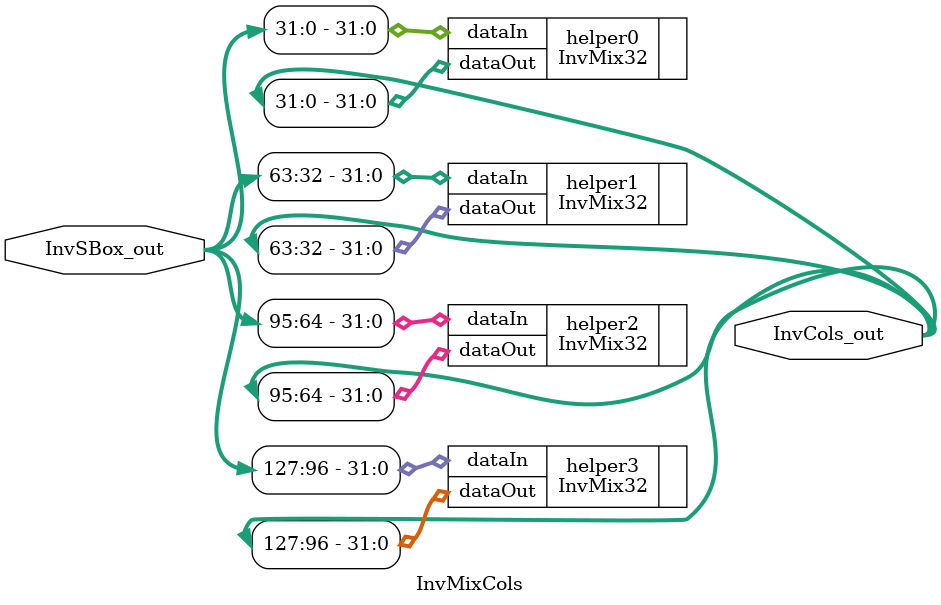
<source format=sv>
module InvMixCols(InvSBox_out, InvCols_out);


input[127:0] InvSBox_out;
output[127:0] InvCols_out;

// 4 instances of InvMix columns transformation on 4 byte words

InvMix32 helper0(.dataIn(InvSBox_out[31:0]), .dataOut(InvCols_out[31:0]));
InvMix32 helper1(.dataIn(InvSBox_out[63:32]), .dataOut(InvCols_out[63:32]));
InvMix32 helper2(.dataIn(InvSBox_out[95:64]), .dataOut(InvCols_out[95:64]));
InvMix32 helper3(.dataIn(InvSBox_out[127:96]), .dataOut(InvCols_out[127:96]));


endmodule

</source>
